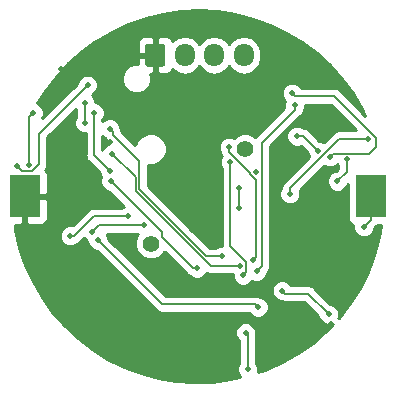
<source format=gbr>
G04 #@! TF.GenerationSoftware,KiCad,Pcbnew,(5.0.2)-1*
G04 #@! TF.CreationDate,2019-02-24T19:10:18-05:00*
G04 #@! TF.ProjectId,light_monitor,6c696768-745f-46d6-9f6e-69746f722e6b,R001*
G04 #@! TF.SameCoordinates,Original*
G04 #@! TF.FileFunction,Copper,L2,Bot*
G04 #@! TF.FilePolarity,Positive*
%FSLAX46Y46*%
G04 Gerber Fmt 4.6, Leading zero omitted, Abs format (unit mm)*
G04 Created by KiCad (PCBNEW (5.0.2)-1) date 2/24/2019 7:10:18 PM*
%MOMM*%
%LPD*%
G01*
G04 APERTURE LIST*
G04 #@! TA.AperFunction,Conductor*
%ADD10C,0.100000*%
G04 #@! TD*
G04 #@! TA.AperFunction,ComponentPad*
%ADD11C,1.700000*%
G04 #@! TD*
G04 #@! TA.AperFunction,ComponentPad*
%ADD12O,1.700000X1.950000*%
G04 #@! TD*
G04 #@! TA.AperFunction,WasherPad*
%ADD13C,1.400000*%
G04 #@! TD*
G04 #@! TA.AperFunction,SMDPad,CuDef*
%ADD14R,2.600000X3.600000*%
G04 #@! TD*
G04 #@! TA.AperFunction,ViaPad*
%ADD15C,0.508000*%
G04 #@! TD*
G04 #@! TA.AperFunction,Conductor*
%ADD16C,0.152400*%
G04 #@! TD*
G04 #@! TA.AperFunction,Conductor*
%ADD17C,0.254000*%
G04 #@! TD*
G04 APERTURE END LIST*
D10*
G04 #@! TO.N,GND*
G04 #@! TO.C,J1*
G36*
X110352504Y-92315324D02*
X110376773Y-92318924D01*
X110400571Y-92324885D01*
X110423671Y-92333150D01*
X110445849Y-92343640D01*
X110466893Y-92356253D01*
X110486598Y-92370867D01*
X110504777Y-92387343D01*
X110521253Y-92405522D01*
X110535867Y-92425227D01*
X110548480Y-92446271D01*
X110558970Y-92468449D01*
X110567235Y-92491549D01*
X110573196Y-92515347D01*
X110576796Y-92539616D01*
X110578000Y-92564120D01*
X110578000Y-94014120D01*
X110576796Y-94038624D01*
X110573196Y-94062893D01*
X110567235Y-94086691D01*
X110558970Y-94109791D01*
X110548480Y-94131969D01*
X110535867Y-94153013D01*
X110521253Y-94172718D01*
X110504777Y-94190897D01*
X110486598Y-94207373D01*
X110466893Y-94221987D01*
X110445849Y-94234600D01*
X110423671Y-94245090D01*
X110400571Y-94253355D01*
X110376773Y-94259316D01*
X110352504Y-94262916D01*
X110328000Y-94264120D01*
X109128000Y-94264120D01*
X109103496Y-94262916D01*
X109079227Y-94259316D01*
X109055429Y-94253355D01*
X109032329Y-94245090D01*
X109010151Y-94234600D01*
X108989107Y-94221987D01*
X108969402Y-94207373D01*
X108951223Y-94190897D01*
X108934747Y-94172718D01*
X108920133Y-94153013D01*
X108907520Y-94131969D01*
X108897030Y-94109791D01*
X108888765Y-94086691D01*
X108882804Y-94062893D01*
X108879204Y-94038624D01*
X108878000Y-94014120D01*
X108878000Y-92564120D01*
X108879204Y-92539616D01*
X108882804Y-92515347D01*
X108888765Y-92491549D01*
X108897030Y-92468449D01*
X108907520Y-92446271D01*
X108920133Y-92425227D01*
X108934747Y-92405522D01*
X108951223Y-92387343D01*
X108969402Y-92370867D01*
X108989107Y-92356253D01*
X109010151Y-92343640D01*
X109032329Y-92333150D01*
X109055429Y-92324885D01*
X109079227Y-92318924D01*
X109103496Y-92315324D01*
X109128000Y-92314120D01*
X110328000Y-92314120D01*
X110352504Y-92315324D01*
X110352504Y-92315324D01*
G37*
D11*
G04 #@! TD*
G04 #@! TO.P,J1,1*
G04 #@! TO.N,GND*
X109728000Y-93289120D03*
D12*
G04 #@! TO.P,J1,2*
G04 #@! TO.N,Net-(J1-Pad2)*
X112228000Y-93289120D03*
G04 #@! TO.P,J1,3*
G04 #@! TO.N,Net-(J1-Pad3)*
X114728000Y-93289120D03*
G04 #@! TO.P,J1,4*
G04 #@! TO.N,Net-(J1-Pad4)*
X117228000Y-93289120D03*
G04 #@! TD*
D13*
G04 #@! TO.P,X1,*
G04 #@! TO.N,*
X109360200Y-109232200D03*
X117360200Y-101232200D03*
G04 #@! TD*
D14*
G04 #@! TO.P,BT1,2*
G04 #@! TO.N,GND*
X98689880Y-105247440D03*
G04 #@! TO.P,BT1,1*
G04 #@! TO.N,Net-(BT1-Pad1)*
X127989880Y-105247440D03*
G04 #@! TD*
D15*
G04 #@! TO.N,VDD*
X115996720Y-101092000D03*
X118008400Y-110606840D03*
G04 #@! TO.N,GND*
X101798120Y-94482920D03*
X106685080Y-94935040D03*
X112110520Y-99283520D03*
X105882440Y-100629720D03*
X99415600Y-104510840D03*
X99735640Y-109113320D03*
X124617480Y-116072920D03*
X114838480Y-98968560D03*
X124480320Y-94706440D03*
X112816652Y-108080473D03*
X118252230Y-103142688D03*
X113334800Y-117693440D03*
X118709440Y-116042440D03*
X125211840Y-112247680D03*
G04 #@! TO.N,/RX*
X106085639Y-101635560D03*
X116951749Y-111100628D03*
G04 #@! TO.N,/TX*
X116083080Y-102331520D03*
X117551200Y-119888000D03*
X117378480Y-116768880D03*
X117180360Y-111917480D03*
G04 #@! TO.N,Net-(R1-Pad1)*
X104002840Y-95826648D03*
X98044000Y-102692200D03*
G04 #@! TO.N,Net-(BT1-Pad1)*
X127391160Y-107812840D03*
G04 #@! TO.N,/SWO*
X105958640Y-103962200D03*
X113273840Y-111307880D03*
G04 #@! TO.N,/rtc_data*
X105928160Y-103129080D03*
X104551974Y-98153824D03*
G04 #@! TO.N,/sensor_data*
X104419400Y-108249720D03*
X116789200Y-106197400D03*
X116789200Y-104531160D03*
X108813600Y-107696000D03*
G04 #@! TO.N,/sensor_clock*
X102519480Y-108574840D03*
X107447080Y-106934000D03*
G04 #@! TO.N,/rtc_clock*
X99070160Y-102626160D03*
X99415600Y-98171000D03*
G04 #@! TO.N,+3V3*
X121549160Y-97530920D03*
X118323360Y-111577120D03*
G04 #@! TO.N,Net-(C3-Pad1)*
X123520200Y-101417120D03*
X121706640Y-100157280D03*
G04 #@! TO.N,Net-(C4-Pad1)*
X121132600Y-105029000D03*
X127741670Y-100356297D03*
G04 #@! TO.N,Net-(C5-Pad1)*
X104881680Y-108945680D03*
X118455440Y-114630200D03*
G04 #@! TO.N,Net-(C7-Pad1)*
X120477280Y-113212880D03*
X124414280Y-115239800D03*
G04 #@! TO.N,Net-(J1-Pad3)*
X121345960Y-96520000D03*
X124520960Y-101874320D03*
G04 #@! TO.N,/NRST*
X105882440Y-99522280D03*
X115397280Y-110307120D03*
G04 #@! TO.N,/SW_MODE*
X125932505Y-102102931D03*
X125161040Y-103957120D03*
G04 #@! TO.N,/oscillator*
X103769160Y-97302320D03*
X103769160Y-99014280D03*
G04 #@! TD*
D16*
G04 #@! TO.N,VDD*
X118262399Y-110352841D02*
X118008400Y-110606840D01*
X118288801Y-110326439D02*
X118262399Y-110352841D01*
X118288801Y-103868109D02*
X118288801Y-110326439D01*
X117769629Y-103348937D02*
X118288801Y-103868109D01*
X117769629Y-103262577D02*
X117769629Y-103348937D01*
X115996720Y-101489668D02*
X117769629Y-103262577D01*
X115996720Y-101092000D02*
X115996720Y-101489668D01*
G04 #@! TO.N,/RX*
X116592539Y-111100628D02*
X116951749Y-111100628D01*
X108087149Y-103637070D02*
X108087149Y-104761698D01*
X106085639Y-101635560D02*
X108087149Y-103637070D01*
X114426079Y-111100628D02*
X116592539Y-111100628D01*
X108087149Y-104761698D02*
X114426079Y-111100628D01*
G04 #@! TO.N,/TX*
X116083080Y-102331520D02*
X116083080Y-109465870D01*
X117551200Y-119888000D02*
X117551200Y-116941600D01*
X117551200Y-116941600D02*
X117378480Y-116768880D01*
X117434359Y-111663481D02*
X117434359Y-110817149D01*
X117434359Y-110817149D02*
X117058440Y-110441230D01*
X117180360Y-111917480D02*
X117434359Y-111663481D01*
X116083080Y-109465870D02*
X117058440Y-110441230D01*
G04 #@! TO.N,Net-(R1-Pad1)*
X104002840Y-95826648D02*
X99877880Y-99951608D01*
X98460561Y-103108761D02*
X98044000Y-102692200D01*
X99301809Y-103108761D02*
X98460561Y-103108761D01*
X99877880Y-99951608D02*
X99877880Y-102532690D01*
X99877880Y-102532690D02*
X99301809Y-103108761D01*
G04 #@! TO.N,Net-(BT1-Pad1)*
X127989880Y-107214120D02*
X127989880Y-105247440D01*
X127391160Y-107812840D02*
X127989880Y-107214120D01*
G04 #@! TO.N,/SWO*
X112914630Y-111307880D02*
X113273840Y-111307880D01*
X110296947Y-108300507D02*
X110296947Y-108690197D01*
X110296947Y-108690197D02*
X112914630Y-111307880D01*
X105958640Y-103962200D02*
X110296947Y-108300507D01*
G04 #@! TO.N,/rtc_data*
X105928160Y-103129080D02*
X104551974Y-101752894D01*
X104551974Y-101752894D02*
X104551974Y-98153824D01*
G04 #@! TO.N,/sensor_data*
X104419400Y-108249720D02*
X104962960Y-107706160D01*
X104962960Y-107706160D02*
X106507280Y-107706160D01*
X116789200Y-106197400D02*
X116789200Y-104531160D01*
X106507280Y-107706160D02*
X108803440Y-107706160D01*
X108803440Y-107706160D02*
X108813600Y-107696000D01*
G04 #@! TO.N,/sensor_clock*
X104519530Y-106934000D02*
X107447080Y-106934000D01*
X102519480Y-108574840D02*
X102878690Y-108574840D01*
X102878690Y-108574840D02*
X104519530Y-106934000D01*
G04 #@! TO.N,/rtc_clock*
X99070160Y-102626160D02*
X99070160Y-102266950D01*
X99070160Y-102266950D02*
X99070160Y-98516440D01*
X99070160Y-98516440D02*
X99415600Y-98171000D01*
G04 #@! TO.N,+3V3*
X121549160Y-97890130D02*
X118734840Y-100704450D01*
X121549160Y-97530920D02*
X121549160Y-97890130D01*
X118734840Y-100704450D02*
X118734840Y-111165640D01*
X118734840Y-111165640D02*
X118323360Y-111577120D01*
G04 #@! TO.N,Net-(C3-Pad1)*
X123520200Y-101417120D02*
X122260360Y-100157280D01*
X122260360Y-100157280D02*
X121706640Y-100157280D01*
G04 #@! TO.N,Net-(C4-Pad1)*
X121132600Y-104548430D02*
X125324733Y-100356297D01*
X121132600Y-105029000D02*
X121132600Y-104548430D01*
X125324733Y-100356297D02*
X127382460Y-100356297D01*
X127382460Y-100356297D02*
X127741670Y-100356297D01*
G04 #@! TO.N,Net-(C5-Pad1)*
X105135679Y-109199679D02*
X104881680Y-108945680D01*
X110312201Y-114376201D02*
X105135679Y-109199679D01*
X118201441Y-114376201D02*
X110312201Y-114376201D01*
X118455440Y-114630200D02*
X118201441Y-114376201D01*
G04 #@! TO.N,Net-(C7-Pad1)*
X120731279Y-113466879D02*
X122641359Y-113466879D01*
X120477280Y-113212880D02*
X120731279Y-113466879D01*
X122641359Y-113466879D02*
X124414280Y-115239800D01*
G04 #@! TO.N,Net-(J1-Pad3)*
X121599959Y-96773999D02*
X124886719Y-96773999D01*
X121345960Y-96520000D02*
X121599959Y-96773999D01*
X124886719Y-96773999D02*
X128402080Y-100289360D01*
X127863599Y-101620321D02*
X128402080Y-101081840D01*
X124774959Y-101620321D02*
X127863599Y-101620321D01*
X124520960Y-101874320D02*
X124774959Y-101620321D01*
X128402080Y-100289360D02*
X128402080Y-101081840D01*
G04 #@! TO.N,/NRST*
X106136439Y-99776279D02*
X106136439Y-100020119D01*
X105882440Y-99522280D02*
X106136439Y-99776279D01*
X106136439Y-100020119D02*
X108391960Y-102275640D01*
X114063638Y-110307120D02*
X115397280Y-110307120D01*
X108391960Y-102275640D02*
X108391960Y-104635442D01*
X108391960Y-104635442D02*
X114063638Y-110307120D01*
G04 #@! TO.N,/SW_MODE*
X125932505Y-103185655D02*
X125932505Y-102102931D01*
X125161040Y-103957120D02*
X125932505Y-103185655D01*
G04 #@! TO.N,/oscillator*
X103769160Y-97302320D02*
X103769160Y-99014280D01*
G04 #@! TD*
D17*
G04 #@! TO.N,GND*
G36*
X126752028Y-99645097D02*
X125394774Y-99645097D01*
X125324732Y-99631165D01*
X125254690Y-99645097D01*
X125254687Y-99645097D01*
X125047237Y-99686361D01*
X125047236Y-99686362D01*
X125047235Y-99686362D01*
X124871368Y-99803873D01*
X124871366Y-99803875D01*
X124811987Y-99843551D01*
X124772311Y-99902930D01*
X124015294Y-100659948D01*
X123697033Y-100528120D01*
X123636989Y-100528120D01*
X122812784Y-99703916D01*
X122773106Y-99644534D01*
X122537856Y-99487344D01*
X122330406Y-99446080D01*
X122330401Y-99446080D01*
X122260360Y-99432148D01*
X122242330Y-99435734D01*
X122210218Y-99403622D01*
X121883473Y-99268280D01*
X121529807Y-99268280D01*
X121203062Y-99403622D01*
X120952982Y-99653702D01*
X120817640Y-99980447D01*
X120817640Y-100334113D01*
X120952982Y-100660858D01*
X121203062Y-100910938D01*
X121529807Y-101046280D01*
X121883473Y-101046280D01*
X122067391Y-100970099D01*
X122631200Y-101533909D01*
X122631200Y-101593953D01*
X122763028Y-101912214D01*
X120679234Y-103996008D01*
X120619855Y-104035684D01*
X120580178Y-104095064D01*
X120580176Y-104095066D01*
X120550152Y-104140000D01*
X120462664Y-104270934D01*
X120421400Y-104478384D01*
X120421400Y-104478389D01*
X120420264Y-104484100D01*
X120378942Y-104525422D01*
X120243600Y-104852167D01*
X120243600Y-105205833D01*
X120378942Y-105532578D01*
X120629022Y-105782658D01*
X120955767Y-105918000D01*
X121309433Y-105918000D01*
X121636178Y-105782658D01*
X121886258Y-105532578D01*
X122021600Y-105205833D01*
X122021600Y-104852167D01*
X121966844Y-104719974D01*
X124046698Y-102640121D01*
X124344127Y-102763320D01*
X124697793Y-102763320D01*
X125024538Y-102627978D01*
X125139939Y-102512577D01*
X125178847Y-102606509D01*
X125221305Y-102648967D01*
X125221305Y-102891066D01*
X125044251Y-103068120D01*
X124984207Y-103068120D01*
X124657462Y-103203462D01*
X124407382Y-103453542D01*
X124272040Y-103780287D01*
X124272040Y-104133953D01*
X124407382Y-104460698D01*
X124657462Y-104710778D01*
X124984207Y-104846120D01*
X125337873Y-104846120D01*
X125664618Y-104710778D01*
X125914698Y-104460698D01*
X126042440Y-104152301D01*
X126042440Y-107047440D01*
X126091723Y-107295205D01*
X126232071Y-107505249D01*
X126442115Y-107645597D01*
X126502160Y-107657541D01*
X126502160Y-107989673D01*
X126637502Y-108316418D01*
X126887582Y-108566498D01*
X127214327Y-108701840D01*
X127567993Y-108701840D01*
X127894738Y-108566498D01*
X128144818Y-108316418D01*
X128280160Y-107989673D01*
X128280160Y-107929629D01*
X128443249Y-107766540D01*
X128502625Y-107726866D01*
X128523998Y-107694880D01*
X128889696Y-107694880D01*
X128709051Y-108719373D01*
X128295508Y-110200516D01*
X127739406Y-111634235D01*
X127046050Y-113006845D01*
X126222061Y-114305245D01*
X125275302Y-115517040D01*
X125251212Y-115542337D01*
X125303280Y-115416633D01*
X125303280Y-115062967D01*
X125167938Y-114736222D01*
X124917858Y-114486142D01*
X124591113Y-114350800D01*
X124531069Y-114350800D01*
X123193783Y-113013515D01*
X123154105Y-112954133D01*
X122918855Y-112796943D01*
X122711405Y-112755679D01*
X122711400Y-112755679D01*
X122641359Y-112741747D01*
X122571318Y-112755679D01*
X121250148Y-112755679D01*
X121230938Y-112709302D01*
X120980858Y-112459222D01*
X120654113Y-112323880D01*
X120300447Y-112323880D01*
X119973702Y-112459222D01*
X119723622Y-112709302D01*
X119588280Y-113036047D01*
X119588280Y-113389713D01*
X119723622Y-113716458D01*
X119973702Y-113966538D01*
X120300447Y-114101880D01*
X120401499Y-114101880D01*
X120453783Y-114136815D01*
X120661233Y-114178079D01*
X120661238Y-114178079D01*
X120731279Y-114192011D01*
X120801321Y-114178079D01*
X122346771Y-114178079D01*
X123525280Y-115356589D01*
X123525280Y-115416633D01*
X123660622Y-115743378D01*
X123910702Y-115993458D01*
X124237447Y-116128800D01*
X124591113Y-116128800D01*
X124758924Y-116059290D01*
X124214812Y-116630665D01*
X123050712Y-117635489D01*
X121794114Y-118521922D01*
X120457012Y-119281501D01*
X119052171Y-119906977D01*
X118418236Y-120117859D01*
X118440200Y-120064833D01*
X118440200Y-119711167D01*
X118304858Y-119384422D01*
X118262400Y-119341964D01*
X118262400Y-117011642D01*
X118276332Y-116941600D01*
X118267480Y-116897098D01*
X118267480Y-116592047D01*
X118132138Y-116265302D01*
X117882058Y-116015222D01*
X117555313Y-115879880D01*
X117201647Y-115879880D01*
X116874902Y-116015222D01*
X116624822Y-116265302D01*
X116489480Y-116592047D01*
X116489480Y-116945713D01*
X116624822Y-117272458D01*
X116840001Y-117487637D01*
X116840000Y-119341964D01*
X116797542Y-119384422D01*
X116662200Y-119711167D01*
X116662200Y-120064833D01*
X116797542Y-120391578D01*
X116945460Y-120539496D01*
X116093422Y-120733074D01*
X114567758Y-120925810D01*
X113030566Y-120968748D01*
X111496522Y-120861477D01*
X109980266Y-120605022D01*
X108496273Y-120201830D01*
X107058706Y-119655749D01*
X105681289Y-118971993D01*
X104377168Y-118157089D01*
X103158793Y-117218813D01*
X102037792Y-116166123D01*
X101024865Y-115009066D01*
X100129682Y-113758687D01*
X99360786Y-112426921D01*
X98725518Y-111026480D01*
X98229941Y-109570732D01*
X97878785Y-108073571D01*
X97826597Y-107682440D01*
X98404130Y-107682440D01*
X98562880Y-107523690D01*
X98562880Y-105374440D01*
X98816880Y-105374440D01*
X98816880Y-107523690D01*
X98975630Y-107682440D01*
X100116189Y-107682440D01*
X100349578Y-107585767D01*
X100528207Y-107407139D01*
X100624880Y-107173750D01*
X100624880Y-105533190D01*
X100466130Y-105374440D01*
X98816880Y-105374440D01*
X98562880Y-105374440D01*
X98542880Y-105374440D01*
X98542880Y-105120440D01*
X98562880Y-105120440D01*
X98562880Y-105100440D01*
X98816880Y-105100440D01*
X98816880Y-105120440D01*
X100466130Y-105120440D01*
X100624880Y-104961690D01*
X100624880Y-103321130D01*
X100528207Y-103087741D01*
X100428788Y-102988323D01*
X100430302Y-102986057D01*
X100430304Y-102986055D01*
X100547815Y-102810188D01*
X100547815Y-102810187D01*
X100547816Y-102810186D01*
X100589080Y-102602736D01*
X100589080Y-102602733D01*
X100603012Y-102532691D01*
X100589080Y-102462649D01*
X100589080Y-100246196D01*
X103022440Y-97812836D01*
X103057960Y-97848356D01*
X103057961Y-98468243D01*
X103015502Y-98510702D01*
X102880160Y-98837447D01*
X102880160Y-99191113D01*
X103015502Y-99517858D01*
X103265582Y-99767938D01*
X103592327Y-99903280D01*
X103840775Y-99903280D01*
X103840774Y-101682852D01*
X103826842Y-101752894D01*
X103840774Y-101822935D01*
X103840774Y-101822939D01*
X103882038Y-102030389D01*
X103882039Y-102030390D01*
X103999550Y-102206258D01*
X103999552Y-102206260D01*
X104039228Y-102265639D01*
X104098608Y-102305316D01*
X105039160Y-103245869D01*
X105039160Y-103305913D01*
X105153698Y-103582433D01*
X105069640Y-103785367D01*
X105069640Y-104139033D01*
X105204982Y-104465778D01*
X105455062Y-104715858D01*
X105781807Y-104851200D01*
X105841852Y-104851200D01*
X107104363Y-106113711D01*
X106943502Y-106180342D01*
X106901044Y-106222800D01*
X104589571Y-106222800D01*
X104519529Y-106208868D01*
X104449487Y-106222800D01*
X104449484Y-106222800D01*
X104242034Y-106264064D01*
X104242033Y-106264065D01*
X104242032Y-106264065D01*
X104066165Y-106381576D01*
X104066163Y-106381578D01*
X104006784Y-106421254D01*
X103967108Y-106480633D01*
X102742691Y-107705050D01*
X102696313Y-107685840D01*
X102342647Y-107685840D01*
X102015902Y-107821182D01*
X101765822Y-108071262D01*
X101630480Y-108398007D01*
X101630480Y-108751673D01*
X101765822Y-109078418D01*
X102015902Y-109328498D01*
X102342647Y-109463840D01*
X102696313Y-109463840D01*
X103023058Y-109328498D01*
X103094512Y-109257044D01*
X103156186Y-109244776D01*
X103391436Y-109087586D01*
X103431114Y-109028204D01*
X103685881Y-108773437D01*
X103915822Y-109003378D01*
X103992680Y-109035214D01*
X103992680Y-109122513D01*
X104128022Y-109449258D01*
X104378102Y-109699338D01*
X104704847Y-109834680D01*
X104764892Y-109834680D01*
X109759779Y-114829568D01*
X109799455Y-114888947D01*
X109858834Y-114928623D01*
X109858836Y-114928625D01*
X109909239Y-114962303D01*
X110034705Y-115046137D01*
X110242155Y-115087401D01*
X110242159Y-115087401D01*
X110312201Y-115101333D01*
X110382243Y-115087401D01*
X117682572Y-115087401D01*
X117701782Y-115133778D01*
X117951862Y-115383858D01*
X118278607Y-115519200D01*
X118632273Y-115519200D01*
X118959018Y-115383858D01*
X119209098Y-115133778D01*
X119344440Y-114807033D01*
X119344440Y-114453367D01*
X119209098Y-114126622D01*
X118959018Y-113876542D01*
X118632273Y-113741200D01*
X118531221Y-113741200D01*
X118478937Y-113706265D01*
X118271487Y-113665001D01*
X118271482Y-113665001D01*
X118201441Y-113651069D01*
X118131400Y-113665001D01*
X110606790Y-113665001D01*
X105770680Y-108828892D01*
X105770680Y-108768847D01*
X105635338Y-108442102D01*
X105610596Y-108417360D01*
X108277724Y-108417360D01*
X108282395Y-108422031D01*
X108228442Y-108475983D01*
X108025200Y-108966652D01*
X108025200Y-109497748D01*
X108228442Y-109988417D01*
X108603983Y-110363958D01*
X109094652Y-110567200D01*
X109625748Y-110567200D01*
X110116417Y-110363958D01*
X110491958Y-109988417D01*
X110520492Y-109919530D01*
X112362208Y-111761247D01*
X112401884Y-111820626D01*
X112461263Y-111860302D01*
X112461265Y-111860304D01*
X112546835Y-111917480D01*
X112637134Y-111977816D01*
X112698808Y-111990084D01*
X112770262Y-112061538D01*
X113097007Y-112196880D01*
X113450673Y-112196880D01*
X113777418Y-112061538D01*
X114027498Y-111811458D01*
X114067013Y-111716060D01*
X114088415Y-111730361D01*
X114148583Y-111770564D01*
X114356033Y-111811828D01*
X114356037Y-111811828D01*
X114426079Y-111825760D01*
X114496121Y-111811828D01*
X116291360Y-111811828D01*
X116291360Y-112094313D01*
X116426702Y-112421058D01*
X116676782Y-112671138D01*
X117003527Y-112806480D01*
X117357193Y-112806480D01*
X117683938Y-112671138D01*
X117934018Y-112421058D01*
X117949207Y-112384388D01*
X118146527Y-112466120D01*
X118500193Y-112466120D01*
X118826938Y-112330778D01*
X119077018Y-112080698D01*
X119212360Y-111753953D01*
X119212360Y-111701923D01*
X119247586Y-111678386D01*
X119404776Y-111443136D01*
X119446040Y-111235686D01*
X119446040Y-111235682D01*
X119459972Y-111165640D01*
X119446040Y-111095598D01*
X119446040Y-100999038D01*
X122002524Y-98442554D01*
X122061906Y-98402876D01*
X122219096Y-98167626D01*
X122231363Y-98105953D01*
X122302818Y-98034498D01*
X122438160Y-97707753D01*
X122438160Y-97485199D01*
X124592131Y-97485199D01*
X126752028Y-99645097D01*
X126752028Y-99645097D01*
G37*
X126752028Y-99645097D02*
X125394774Y-99645097D01*
X125324732Y-99631165D01*
X125254690Y-99645097D01*
X125254687Y-99645097D01*
X125047237Y-99686361D01*
X125047236Y-99686362D01*
X125047235Y-99686362D01*
X124871368Y-99803873D01*
X124871366Y-99803875D01*
X124811987Y-99843551D01*
X124772311Y-99902930D01*
X124015294Y-100659948D01*
X123697033Y-100528120D01*
X123636989Y-100528120D01*
X122812784Y-99703916D01*
X122773106Y-99644534D01*
X122537856Y-99487344D01*
X122330406Y-99446080D01*
X122330401Y-99446080D01*
X122260360Y-99432148D01*
X122242330Y-99435734D01*
X122210218Y-99403622D01*
X121883473Y-99268280D01*
X121529807Y-99268280D01*
X121203062Y-99403622D01*
X120952982Y-99653702D01*
X120817640Y-99980447D01*
X120817640Y-100334113D01*
X120952982Y-100660858D01*
X121203062Y-100910938D01*
X121529807Y-101046280D01*
X121883473Y-101046280D01*
X122067391Y-100970099D01*
X122631200Y-101533909D01*
X122631200Y-101593953D01*
X122763028Y-101912214D01*
X120679234Y-103996008D01*
X120619855Y-104035684D01*
X120580178Y-104095064D01*
X120580176Y-104095066D01*
X120550152Y-104140000D01*
X120462664Y-104270934D01*
X120421400Y-104478384D01*
X120421400Y-104478389D01*
X120420264Y-104484100D01*
X120378942Y-104525422D01*
X120243600Y-104852167D01*
X120243600Y-105205833D01*
X120378942Y-105532578D01*
X120629022Y-105782658D01*
X120955767Y-105918000D01*
X121309433Y-105918000D01*
X121636178Y-105782658D01*
X121886258Y-105532578D01*
X122021600Y-105205833D01*
X122021600Y-104852167D01*
X121966844Y-104719974D01*
X124046698Y-102640121D01*
X124344127Y-102763320D01*
X124697793Y-102763320D01*
X125024538Y-102627978D01*
X125139939Y-102512577D01*
X125178847Y-102606509D01*
X125221305Y-102648967D01*
X125221305Y-102891066D01*
X125044251Y-103068120D01*
X124984207Y-103068120D01*
X124657462Y-103203462D01*
X124407382Y-103453542D01*
X124272040Y-103780287D01*
X124272040Y-104133953D01*
X124407382Y-104460698D01*
X124657462Y-104710778D01*
X124984207Y-104846120D01*
X125337873Y-104846120D01*
X125664618Y-104710778D01*
X125914698Y-104460698D01*
X126042440Y-104152301D01*
X126042440Y-107047440D01*
X126091723Y-107295205D01*
X126232071Y-107505249D01*
X126442115Y-107645597D01*
X126502160Y-107657541D01*
X126502160Y-107989673D01*
X126637502Y-108316418D01*
X126887582Y-108566498D01*
X127214327Y-108701840D01*
X127567993Y-108701840D01*
X127894738Y-108566498D01*
X128144818Y-108316418D01*
X128280160Y-107989673D01*
X128280160Y-107929629D01*
X128443249Y-107766540D01*
X128502625Y-107726866D01*
X128523998Y-107694880D01*
X128889696Y-107694880D01*
X128709051Y-108719373D01*
X128295508Y-110200516D01*
X127739406Y-111634235D01*
X127046050Y-113006845D01*
X126222061Y-114305245D01*
X125275302Y-115517040D01*
X125251212Y-115542337D01*
X125303280Y-115416633D01*
X125303280Y-115062967D01*
X125167938Y-114736222D01*
X124917858Y-114486142D01*
X124591113Y-114350800D01*
X124531069Y-114350800D01*
X123193783Y-113013515D01*
X123154105Y-112954133D01*
X122918855Y-112796943D01*
X122711405Y-112755679D01*
X122711400Y-112755679D01*
X122641359Y-112741747D01*
X122571318Y-112755679D01*
X121250148Y-112755679D01*
X121230938Y-112709302D01*
X120980858Y-112459222D01*
X120654113Y-112323880D01*
X120300447Y-112323880D01*
X119973702Y-112459222D01*
X119723622Y-112709302D01*
X119588280Y-113036047D01*
X119588280Y-113389713D01*
X119723622Y-113716458D01*
X119973702Y-113966538D01*
X120300447Y-114101880D01*
X120401499Y-114101880D01*
X120453783Y-114136815D01*
X120661233Y-114178079D01*
X120661238Y-114178079D01*
X120731279Y-114192011D01*
X120801321Y-114178079D01*
X122346771Y-114178079D01*
X123525280Y-115356589D01*
X123525280Y-115416633D01*
X123660622Y-115743378D01*
X123910702Y-115993458D01*
X124237447Y-116128800D01*
X124591113Y-116128800D01*
X124758924Y-116059290D01*
X124214812Y-116630665D01*
X123050712Y-117635489D01*
X121794114Y-118521922D01*
X120457012Y-119281501D01*
X119052171Y-119906977D01*
X118418236Y-120117859D01*
X118440200Y-120064833D01*
X118440200Y-119711167D01*
X118304858Y-119384422D01*
X118262400Y-119341964D01*
X118262400Y-117011642D01*
X118276332Y-116941600D01*
X118267480Y-116897098D01*
X118267480Y-116592047D01*
X118132138Y-116265302D01*
X117882058Y-116015222D01*
X117555313Y-115879880D01*
X117201647Y-115879880D01*
X116874902Y-116015222D01*
X116624822Y-116265302D01*
X116489480Y-116592047D01*
X116489480Y-116945713D01*
X116624822Y-117272458D01*
X116840001Y-117487637D01*
X116840000Y-119341964D01*
X116797542Y-119384422D01*
X116662200Y-119711167D01*
X116662200Y-120064833D01*
X116797542Y-120391578D01*
X116945460Y-120539496D01*
X116093422Y-120733074D01*
X114567758Y-120925810D01*
X113030566Y-120968748D01*
X111496522Y-120861477D01*
X109980266Y-120605022D01*
X108496273Y-120201830D01*
X107058706Y-119655749D01*
X105681289Y-118971993D01*
X104377168Y-118157089D01*
X103158793Y-117218813D01*
X102037792Y-116166123D01*
X101024865Y-115009066D01*
X100129682Y-113758687D01*
X99360786Y-112426921D01*
X98725518Y-111026480D01*
X98229941Y-109570732D01*
X97878785Y-108073571D01*
X97826597Y-107682440D01*
X98404130Y-107682440D01*
X98562880Y-107523690D01*
X98562880Y-105374440D01*
X98816880Y-105374440D01*
X98816880Y-107523690D01*
X98975630Y-107682440D01*
X100116189Y-107682440D01*
X100349578Y-107585767D01*
X100528207Y-107407139D01*
X100624880Y-107173750D01*
X100624880Y-105533190D01*
X100466130Y-105374440D01*
X98816880Y-105374440D01*
X98562880Y-105374440D01*
X98542880Y-105374440D01*
X98542880Y-105120440D01*
X98562880Y-105120440D01*
X98562880Y-105100440D01*
X98816880Y-105100440D01*
X98816880Y-105120440D01*
X100466130Y-105120440D01*
X100624880Y-104961690D01*
X100624880Y-103321130D01*
X100528207Y-103087741D01*
X100428788Y-102988323D01*
X100430302Y-102986057D01*
X100430304Y-102986055D01*
X100547815Y-102810188D01*
X100547815Y-102810187D01*
X100547816Y-102810186D01*
X100589080Y-102602736D01*
X100589080Y-102602733D01*
X100603012Y-102532691D01*
X100589080Y-102462649D01*
X100589080Y-100246196D01*
X103022440Y-97812836D01*
X103057960Y-97848356D01*
X103057961Y-98468243D01*
X103015502Y-98510702D01*
X102880160Y-98837447D01*
X102880160Y-99191113D01*
X103015502Y-99517858D01*
X103265582Y-99767938D01*
X103592327Y-99903280D01*
X103840775Y-99903280D01*
X103840774Y-101682852D01*
X103826842Y-101752894D01*
X103840774Y-101822935D01*
X103840774Y-101822939D01*
X103882038Y-102030389D01*
X103882039Y-102030390D01*
X103999550Y-102206258D01*
X103999552Y-102206260D01*
X104039228Y-102265639D01*
X104098608Y-102305316D01*
X105039160Y-103245869D01*
X105039160Y-103305913D01*
X105153698Y-103582433D01*
X105069640Y-103785367D01*
X105069640Y-104139033D01*
X105204982Y-104465778D01*
X105455062Y-104715858D01*
X105781807Y-104851200D01*
X105841852Y-104851200D01*
X107104363Y-106113711D01*
X106943502Y-106180342D01*
X106901044Y-106222800D01*
X104589571Y-106222800D01*
X104519529Y-106208868D01*
X104449487Y-106222800D01*
X104449484Y-106222800D01*
X104242034Y-106264064D01*
X104242033Y-106264065D01*
X104242032Y-106264065D01*
X104066165Y-106381576D01*
X104066163Y-106381578D01*
X104006784Y-106421254D01*
X103967108Y-106480633D01*
X102742691Y-107705050D01*
X102696313Y-107685840D01*
X102342647Y-107685840D01*
X102015902Y-107821182D01*
X101765822Y-108071262D01*
X101630480Y-108398007D01*
X101630480Y-108751673D01*
X101765822Y-109078418D01*
X102015902Y-109328498D01*
X102342647Y-109463840D01*
X102696313Y-109463840D01*
X103023058Y-109328498D01*
X103094512Y-109257044D01*
X103156186Y-109244776D01*
X103391436Y-109087586D01*
X103431114Y-109028204D01*
X103685881Y-108773437D01*
X103915822Y-109003378D01*
X103992680Y-109035214D01*
X103992680Y-109122513D01*
X104128022Y-109449258D01*
X104378102Y-109699338D01*
X104704847Y-109834680D01*
X104764892Y-109834680D01*
X109759779Y-114829568D01*
X109799455Y-114888947D01*
X109858834Y-114928623D01*
X109858836Y-114928625D01*
X109909239Y-114962303D01*
X110034705Y-115046137D01*
X110242155Y-115087401D01*
X110242159Y-115087401D01*
X110312201Y-115101333D01*
X110382243Y-115087401D01*
X117682572Y-115087401D01*
X117701782Y-115133778D01*
X117951862Y-115383858D01*
X118278607Y-115519200D01*
X118632273Y-115519200D01*
X118959018Y-115383858D01*
X119209098Y-115133778D01*
X119344440Y-114807033D01*
X119344440Y-114453367D01*
X119209098Y-114126622D01*
X118959018Y-113876542D01*
X118632273Y-113741200D01*
X118531221Y-113741200D01*
X118478937Y-113706265D01*
X118271487Y-113665001D01*
X118271482Y-113665001D01*
X118201441Y-113651069D01*
X118131400Y-113665001D01*
X110606790Y-113665001D01*
X105770680Y-108828892D01*
X105770680Y-108768847D01*
X105635338Y-108442102D01*
X105610596Y-108417360D01*
X108277724Y-108417360D01*
X108282395Y-108422031D01*
X108228442Y-108475983D01*
X108025200Y-108966652D01*
X108025200Y-109497748D01*
X108228442Y-109988417D01*
X108603983Y-110363958D01*
X109094652Y-110567200D01*
X109625748Y-110567200D01*
X110116417Y-110363958D01*
X110491958Y-109988417D01*
X110520492Y-109919530D01*
X112362208Y-111761247D01*
X112401884Y-111820626D01*
X112461263Y-111860302D01*
X112461265Y-111860304D01*
X112546835Y-111917480D01*
X112637134Y-111977816D01*
X112698808Y-111990084D01*
X112770262Y-112061538D01*
X113097007Y-112196880D01*
X113450673Y-112196880D01*
X113777418Y-112061538D01*
X114027498Y-111811458D01*
X114067013Y-111716060D01*
X114088415Y-111730361D01*
X114148583Y-111770564D01*
X114356033Y-111811828D01*
X114356037Y-111811828D01*
X114426079Y-111825760D01*
X114496121Y-111811828D01*
X116291360Y-111811828D01*
X116291360Y-112094313D01*
X116426702Y-112421058D01*
X116676782Y-112671138D01*
X117003527Y-112806480D01*
X117357193Y-112806480D01*
X117683938Y-112671138D01*
X117934018Y-112421058D01*
X117949207Y-112384388D01*
X118146527Y-112466120D01*
X118500193Y-112466120D01*
X118826938Y-112330778D01*
X119077018Y-112080698D01*
X119212360Y-111753953D01*
X119212360Y-111701923D01*
X119247586Y-111678386D01*
X119404776Y-111443136D01*
X119446040Y-111235686D01*
X119446040Y-111235682D01*
X119459972Y-111165640D01*
X119446040Y-111095598D01*
X119446040Y-100999038D01*
X122002524Y-98442554D01*
X122061906Y-98402876D01*
X122219096Y-98167626D01*
X122231363Y-98105953D01*
X122302818Y-98034498D01*
X122438160Y-97707753D01*
X122438160Y-97485199D01*
X124592131Y-97485199D01*
X126752028Y-99645097D01*
G36*
X115005478Y-89578425D02*
X116525166Y-89813686D01*
X118014645Y-90196119D01*
X119459695Y-90722074D01*
X120846525Y-91386531D01*
X122161896Y-92183149D01*
X123393254Y-93104322D01*
X124528843Y-94141258D01*
X125557826Y-95284059D01*
X126470380Y-96521817D01*
X127257795Y-97842718D01*
X127521387Y-98402878D01*
X125439143Y-96320635D01*
X125399465Y-96261253D01*
X125164215Y-96104063D01*
X124956765Y-96062799D01*
X124956760Y-96062799D01*
X124886719Y-96048867D01*
X124816678Y-96062799D01*
X122118828Y-96062799D01*
X122099618Y-96016422D01*
X121849538Y-95766342D01*
X121522793Y-95631000D01*
X121169127Y-95631000D01*
X120842382Y-95766342D01*
X120592302Y-96016422D01*
X120456960Y-96343167D01*
X120456960Y-96696833D01*
X120592302Y-97023578D01*
X120737089Y-97168365D01*
X120660160Y-97354087D01*
X120660160Y-97707753D01*
X120679371Y-97754131D01*
X118281474Y-100152028D01*
X118222094Y-100191705D01*
X118216321Y-100200346D01*
X118116417Y-100100442D01*
X117625748Y-99897200D01*
X117094652Y-99897200D01*
X116603983Y-100100442D01*
X116405394Y-100299031D01*
X116173553Y-100203000D01*
X115819887Y-100203000D01*
X115493142Y-100338342D01*
X115243062Y-100588422D01*
X115107720Y-100915167D01*
X115107720Y-101268833D01*
X115243062Y-101595578D01*
X115304967Y-101657483D01*
X115326784Y-101767164D01*
X115352185Y-101805179D01*
X115329422Y-101827942D01*
X115194080Y-102154687D01*
X115194080Y-102508353D01*
X115329422Y-102835098D01*
X115371880Y-102877556D01*
X115371881Y-109395824D01*
X115367446Y-109418120D01*
X115220447Y-109418120D01*
X114893702Y-109553462D01*
X114851244Y-109595920D01*
X114358227Y-109595920D01*
X109103160Y-104340854D01*
X109103160Y-102567200D01*
X109625748Y-102567200D01*
X110116417Y-102363958D01*
X110491958Y-101988417D01*
X110695200Y-101497748D01*
X110695200Y-100966652D01*
X110491958Y-100475983D01*
X110116417Y-100100442D01*
X109625748Y-99897200D01*
X109094652Y-99897200D01*
X108603983Y-100100442D01*
X108228442Y-100475983D01*
X108043816Y-100921708D01*
X106852430Y-99730321D01*
X106847639Y-99706238D01*
X106847639Y-99706233D01*
X106806375Y-99498783D01*
X106771440Y-99446500D01*
X106771440Y-99345447D01*
X106636098Y-99018702D01*
X106386018Y-98768622D01*
X106059273Y-98633280D01*
X105705607Y-98633280D01*
X105378862Y-98768622D01*
X105263174Y-98884310D01*
X105263174Y-98699860D01*
X105305632Y-98657402D01*
X105440974Y-98330657D01*
X105440974Y-97976991D01*
X105305632Y-97650246D01*
X105055552Y-97400166D01*
X104728807Y-97264824D01*
X104658160Y-97264824D01*
X104658160Y-97125487D01*
X104522818Y-96798742D01*
X104363557Y-96639481D01*
X104506418Y-96580306D01*
X104756498Y-96330226D01*
X104891840Y-96003481D01*
X104891840Y-95649815D01*
X104756498Y-95323070D01*
X104506418Y-95072990D01*
X104435134Y-95043463D01*
X106893000Y-95043463D01*
X106893000Y-95534777D01*
X107081018Y-95988691D01*
X107428429Y-96336102D01*
X107882343Y-96524120D01*
X108373657Y-96524120D01*
X108827571Y-96336102D01*
X109174982Y-95988691D01*
X109363000Y-95534777D01*
X109363000Y-95043463D01*
X109303211Y-94899120D01*
X109442250Y-94899120D01*
X109601000Y-94740370D01*
X109601000Y-93416120D01*
X108401750Y-93416120D01*
X108243000Y-93574870D01*
X108243000Y-94054120D01*
X107882343Y-94054120D01*
X107428429Y-94242138D01*
X107081018Y-94589549D01*
X106893000Y-95043463D01*
X104435134Y-95043463D01*
X104179673Y-94937648D01*
X103826007Y-94937648D01*
X103499262Y-95072990D01*
X103249182Y-95323070D01*
X103113840Y-95649815D01*
X103113840Y-95709859D01*
X100183496Y-98640203D01*
X100304600Y-98347833D01*
X100304600Y-97994167D01*
X100169258Y-97667422D01*
X99919178Y-97417342D01*
X99752395Y-97348258D01*
X100372914Y-96339619D01*
X101302660Y-95114723D01*
X102347499Y-93986400D01*
X103497456Y-92965420D01*
X104567745Y-92187810D01*
X108243000Y-92187810D01*
X108243000Y-93003370D01*
X108401750Y-93162120D01*
X109601000Y-93162120D01*
X109601000Y-91837870D01*
X109855000Y-91837870D01*
X109855000Y-93162120D01*
X109875000Y-93162120D01*
X109875000Y-93416120D01*
X109855000Y-93416120D01*
X109855000Y-94740370D01*
X110013750Y-94899120D01*
X110704309Y-94899120D01*
X110937698Y-94802447D01*
X111116327Y-94623819D01*
X111170344Y-94493411D01*
X111648583Y-94812959D01*
X112228000Y-94928212D01*
X112807418Y-94812959D01*
X113298625Y-94484745D01*
X113478000Y-94216291D01*
X113657375Y-94484745D01*
X114148583Y-94812959D01*
X114728000Y-94928212D01*
X115307418Y-94812959D01*
X115798625Y-94484745D01*
X115978000Y-94216291D01*
X116157375Y-94484745D01*
X116648583Y-94812959D01*
X117228000Y-94928212D01*
X117807418Y-94812959D01*
X118298625Y-94484745D01*
X118626839Y-93993537D01*
X118713000Y-93560375D01*
X118713000Y-93017864D01*
X118626839Y-92584702D01*
X118298625Y-92093495D01*
X117807417Y-91765281D01*
X117228000Y-91650028D01*
X116648582Y-91765281D01*
X116157375Y-92093495D01*
X115978000Y-92361949D01*
X115798625Y-92093495D01*
X115307417Y-91765281D01*
X114728000Y-91650028D01*
X114148582Y-91765281D01*
X113657375Y-92093495D01*
X113478000Y-92361949D01*
X113298625Y-92093495D01*
X112807417Y-91765281D01*
X112228000Y-91650028D01*
X111648582Y-91765281D01*
X111170344Y-92084829D01*
X111116327Y-91954421D01*
X110937698Y-91775793D01*
X110704309Y-91679120D01*
X110013750Y-91679120D01*
X109855000Y-91837870D01*
X109601000Y-91837870D01*
X109442250Y-91679120D01*
X108751691Y-91679120D01*
X108518302Y-91775793D01*
X108339673Y-91954421D01*
X108243000Y-92187810D01*
X104567745Y-92187810D01*
X104741555Y-92061530D01*
X106067920Y-91283356D01*
X107463892Y-90638326D01*
X108916145Y-90132598D01*
X110410818Y-89770999D01*
X111933643Y-89556980D01*
X113470085Y-89492584D01*
X115005478Y-89578425D01*
X115005478Y-89578425D01*
G37*
X115005478Y-89578425D02*
X116525166Y-89813686D01*
X118014645Y-90196119D01*
X119459695Y-90722074D01*
X120846525Y-91386531D01*
X122161896Y-92183149D01*
X123393254Y-93104322D01*
X124528843Y-94141258D01*
X125557826Y-95284059D01*
X126470380Y-96521817D01*
X127257795Y-97842718D01*
X127521387Y-98402878D01*
X125439143Y-96320635D01*
X125399465Y-96261253D01*
X125164215Y-96104063D01*
X124956765Y-96062799D01*
X124956760Y-96062799D01*
X124886719Y-96048867D01*
X124816678Y-96062799D01*
X122118828Y-96062799D01*
X122099618Y-96016422D01*
X121849538Y-95766342D01*
X121522793Y-95631000D01*
X121169127Y-95631000D01*
X120842382Y-95766342D01*
X120592302Y-96016422D01*
X120456960Y-96343167D01*
X120456960Y-96696833D01*
X120592302Y-97023578D01*
X120737089Y-97168365D01*
X120660160Y-97354087D01*
X120660160Y-97707753D01*
X120679371Y-97754131D01*
X118281474Y-100152028D01*
X118222094Y-100191705D01*
X118216321Y-100200346D01*
X118116417Y-100100442D01*
X117625748Y-99897200D01*
X117094652Y-99897200D01*
X116603983Y-100100442D01*
X116405394Y-100299031D01*
X116173553Y-100203000D01*
X115819887Y-100203000D01*
X115493142Y-100338342D01*
X115243062Y-100588422D01*
X115107720Y-100915167D01*
X115107720Y-101268833D01*
X115243062Y-101595578D01*
X115304967Y-101657483D01*
X115326784Y-101767164D01*
X115352185Y-101805179D01*
X115329422Y-101827942D01*
X115194080Y-102154687D01*
X115194080Y-102508353D01*
X115329422Y-102835098D01*
X115371880Y-102877556D01*
X115371881Y-109395824D01*
X115367446Y-109418120D01*
X115220447Y-109418120D01*
X114893702Y-109553462D01*
X114851244Y-109595920D01*
X114358227Y-109595920D01*
X109103160Y-104340854D01*
X109103160Y-102567200D01*
X109625748Y-102567200D01*
X110116417Y-102363958D01*
X110491958Y-101988417D01*
X110695200Y-101497748D01*
X110695200Y-100966652D01*
X110491958Y-100475983D01*
X110116417Y-100100442D01*
X109625748Y-99897200D01*
X109094652Y-99897200D01*
X108603983Y-100100442D01*
X108228442Y-100475983D01*
X108043816Y-100921708D01*
X106852430Y-99730321D01*
X106847639Y-99706238D01*
X106847639Y-99706233D01*
X106806375Y-99498783D01*
X106771440Y-99446500D01*
X106771440Y-99345447D01*
X106636098Y-99018702D01*
X106386018Y-98768622D01*
X106059273Y-98633280D01*
X105705607Y-98633280D01*
X105378862Y-98768622D01*
X105263174Y-98884310D01*
X105263174Y-98699860D01*
X105305632Y-98657402D01*
X105440974Y-98330657D01*
X105440974Y-97976991D01*
X105305632Y-97650246D01*
X105055552Y-97400166D01*
X104728807Y-97264824D01*
X104658160Y-97264824D01*
X104658160Y-97125487D01*
X104522818Y-96798742D01*
X104363557Y-96639481D01*
X104506418Y-96580306D01*
X104756498Y-96330226D01*
X104891840Y-96003481D01*
X104891840Y-95649815D01*
X104756498Y-95323070D01*
X104506418Y-95072990D01*
X104435134Y-95043463D01*
X106893000Y-95043463D01*
X106893000Y-95534777D01*
X107081018Y-95988691D01*
X107428429Y-96336102D01*
X107882343Y-96524120D01*
X108373657Y-96524120D01*
X108827571Y-96336102D01*
X109174982Y-95988691D01*
X109363000Y-95534777D01*
X109363000Y-95043463D01*
X109303211Y-94899120D01*
X109442250Y-94899120D01*
X109601000Y-94740370D01*
X109601000Y-93416120D01*
X108401750Y-93416120D01*
X108243000Y-93574870D01*
X108243000Y-94054120D01*
X107882343Y-94054120D01*
X107428429Y-94242138D01*
X107081018Y-94589549D01*
X106893000Y-95043463D01*
X104435134Y-95043463D01*
X104179673Y-94937648D01*
X103826007Y-94937648D01*
X103499262Y-95072990D01*
X103249182Y-95323070D01*
X103113840Y-95649815D01*
X103113840Y-95709859D01*
X100183496Y-98640203D01*
X100304600Y-98347833D01*
X100304600Y-97994167D01*
X100169258Y-97667422D01*
X99919178Y-97417342D01*
X99752395Y-97348258D01*
X100372914Y-96339619D01*
X101302660Y-95114723D01*
X102347499Y-93986400D01*
X103497456Y-92965420D01*
X104567745Y-92187810D01*
X108243000Y-92187810D01*
X108243000Y-93003370D01*
X108401750Y-93162120D01*
X109601000Y-93162120D01*
X109601000Y-91837870D01*
X109855000Y-91837870D01*
X109855000Y-93162120D01*
X109875000Y-93162120D01*
X109875000Y-93416120D01*
X109855000Y-93416120D01*
X109855000Y-94740370D01*
X110013750Y-94899120D01*
X110704309Y-94899120D01*
X110937698Y-94802447D01*
X111116327Y-94623819D01*
X111170344Y-94493411D01*
X111648583Y-94812959D01*
X112228000Y-94928212D01*
X112807418Y-94812959D01*
X113298625Y-94484745D01*
X113478000Y-94216291D01*
X113657375Y-94484745D01*
X114148583Y-94812959D01*
X114728000Y-94928212D01*
X115307418Y-94812959D01*
X115798625Y-94484745D01*
X115978000Y-94216291D01*
X116157375Y-94484745D01*
X116648583Y-94812959D01*
X117228000Y-94928212D01*
X117807418Y-94812959D01*
X118298625Y-94484745D01*
X118626839Y-93993537D01*
X118713000Y-93560375D01*
X118713000Y-93017864D01*
X118626839Y-92584702D01*
X118298625Y-92093495D01*
X117807417Y-91765281D01*
X117228000Y-91650028D01*
X116648582Y-91765281D01*
X116157375Y-92093495D01*
X115978000Y-92361949D01*
X115798625Y-92093495D01*
X115307417Y-91765281D01*
X114728000Y-91650028D01*
X114148582Y-91765281D01*
X113657375Y-92093495D01*
X113478000Y-92361949D01*
X113298625Y-92093495D01*
X112807417Y-91765281D01*
X112228000Y-91650028D01*
X111648582Y-91765281D01*
X111170344Y-92084829D01*
X111116327Y-91954421D01*
X110937698Y-91775793D01*
X110704309Y-91679120D01*
X110013750Y-91679120D01*
X109855000Y-91837870D01*
X109601000Y-91837870D01*
X109442250Y-91679120D01*
X108751691Y-91679120D01*
X108518302Y-91775793D01*
X108339673Y-91954421D01*
X108243000Y-92187810D01*
X104567745Y-92187810D01*
X104741555Y-92061530D01*
X106067920Y-91283356D01*
X107463892Y-90638326D01*
X108916145Y-90132598D01*
X110410818Y-89770999D01*
X111933643Y-89556980D01*
X113470085Y-89492584D01*
X115005478Y-89578425D01*
G36*
X105378862Y-100275938D02*
X105480015Y-100317837D01*
X105534924Y-100400014D01*
X105584015Y-100473483D01*
X105584017Y-100473485D01*
X105623694Y-100532865D01*
X105683073Y-100572541D01*
X105872239Y-100761707D01*
X105582061Y-100881902D01*
X105331981Y-101131982D01*
X105263174Y-101298097D01*
X105263174Y-100160250D01*
X105378862Y-100275938D01*
X105378862Y-100275938D01*
G37*
X105378862Y-100275938D02*
X105480015Y-100317837D01*
X105534924Y-100400014D01*
X105584015Y-100473483D01*
X105584017Y-100473485D01*
X105623694Y-100532865D01*
X105683073Y-100572541D01*
X105872239Y-100761707D01*
X105582061Y-100881902D01*
X105331981Y-101131982D01*
X105263174Y-101298097D01*
X105263174Y-100160250D01*
X105378862Y-100275938D01*
G04 #@! TD*
M02*

</source>
